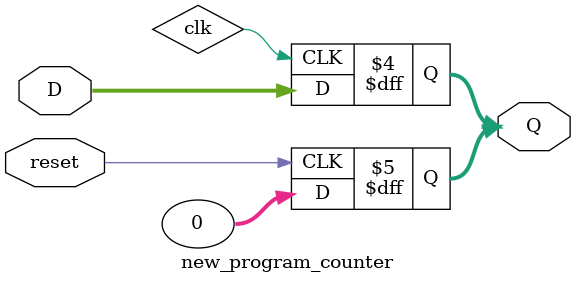
<source format=v>
module new_program_counter(D,reset,Q);
	input [31:0] D; // Data input 
	input reset; // asynchronous active low reset 
	output reg [31:0] Q; // output Q 
	always @(negedge reset) 
	begin
		if (!reset) 
			Q<=32'b0;
	end
	always @(posedge clk) 
	begin
		Q<=D;
	end
endmodule 

</source>
